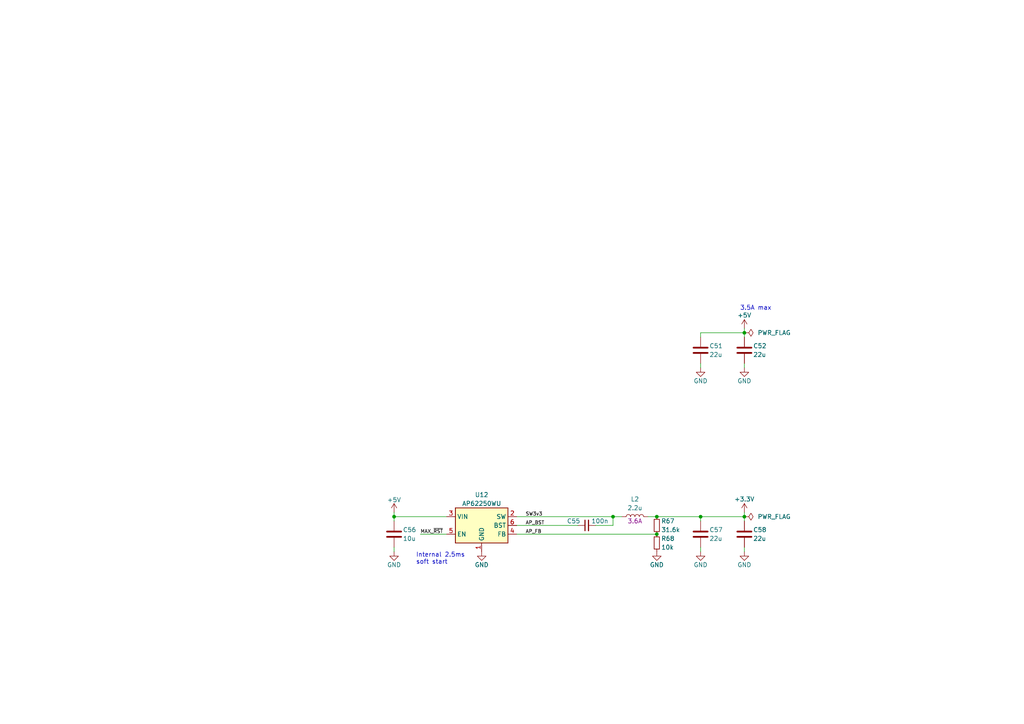
<source format=kicad_sch>
(kicad_sch (version 20211123) (generator eeschema)
  (paper "A4")
  (title_block (title "[canbrd] CAN IO board") (date "2022-10-08") (rev "3.2"))
  (lib_symbols
    (symbol "AP6230xWU:AP6230xWU"
      (property "Reference" "U" (at 0 8.89 0))
      (property "Value" "AP6230xWU" (at 0 6.35 0))
      (symbol "AP6230xWU_0_1"
        (rectangle (start -7.62 5.08) (end 7.62 -5.08) (stroke (width 0.254)) (fill (type background)))
      )
      (symbol "AP6230xWU_1_1"
        (pin power_in line (at 0 -7.62 90) (length 2.54) (name "GND") (number "1"))
        (pin power_out line (at 10.16 2.54 180) (length 2.54) (name "SW") (number "2"))
        (pin power_in line (at -10.16 2.54 0) (length 2.54) (name "VIN") (number "3"))
        (pin input line (at 10.16 -2.54 180) (length 2.54) (name "FB") (number "4"))
        (pin input line (at -10.16 -2.54 0) (length 2.54) (name "EN") (number "5"))
        (pin passive line (at 10.16 0 180) (length 2.54) (name "BST") (number "6"))
      )
    )
    (symbol "Device:C" (pin_numbers hide) (pin_names (offset 0.254))
      (property "Reference" "C" (at 0.635 2.54 0))
      (property "Value" "C" (at 0.635 -2.54 0))
      (symbol "C_0_1"
        (polyline (pts (xy -2.032 -0.762) (xy 2.032 -0.762)) (stroke (width 0.508)))
        (polyline (pts (xy -2.032 0.762) (xy 2.032 0.762)) (stroke (width 0.508)))
      )
      (symbol "C_1_1"
        (pin passive line (at 0 3.81 270) (length 2.794) (name "~") (number "1"))
        (pin passive line (at 0 -3.81 90) (length 2.794) (name "~") (number "2"))
      )
    )
    (symbol "Device:C_Small" (pin_numbers hide) (pin_names (offset 0.254) hide)
      (property "Reference" "C" (at 0.254 1.778 0))
      (property "Value" "C_Small" (at 0.254 -2.032 0))
      (symbol "C_Small_0_1"
        (polyline (pts (xy -1.524 -0.508) (xy 1.524 -0.508)) (stroke (width 0.3302)))
        (polyline (pts (xy -1.524 0.508) (xy 1.524 0.508)) (stroke (width 0.3048)))
      )
      (symbol "C_Small_1_1"
        (pin passive line (at 0 2.54 270) (length 2.032) (name "~") (number "1"))
        (pin passive line (at 0 -2.54 90) (length 2.032) (name "~") (number "2"))
      )
    )
    (symbol "Device:L" (pin_numbers hide) (pin_names (offset 1.016) hide)
      (property "Reference" "L" (at -1.27 0 90))
      (property "Value" "L" (at 1.905 0 90))
      (symbol "L_0_1"
        (arc (start 0 -2.54) (mid 0.635 -1.905) (end 0 -1.27))
        (arc (start 0 -1.27) (mid 0.635 -0.635) (end 0 0))
        (arc (start 0 0) (mid 0.635 0.635) (end 0 1.27))
        (arc (start 0 1.27) (mid 0.635 1.905) (end 0 2.54))
      )
      (symbol "L_1_1"
        (pin passive line (at 0 3.81 270) (length 1.27) (name "1") (number "1"))
        (pin passive line (at 0 -3.81 90) (length 1.27) (name "2") (number "2"))
      )
    )
    (symbol "Device:R_Small" (pin_numbers hide) (pin_names (offset 0.254) hide)
      (property "Reference" "R" (at 0.762 0.508 0))
      (property "Value" "R_Small" (at 0.762 -1.016 0))
      (symbol "R_Small_0_1"
        (rectangle (start -0.762 1.778) (end 0.762 -1.778) (stroke (width 0.2032)))
      )
      (symbol "R_Small_1_1"
        (pin passive line (at 0 2.54 270) (length 0.762) (name "~") (number "1"))
        (pin passive line (at 0 -2.54 90) (length 0.762) (name "~") (number "2"))
      )
    )
    (symbol "power:+3.3V" (power) (pin_names (offset 0))
      (property "Value" "+3.3V" (at 0 3.556 0))
      (symbol "+3.3V_0_1"
        (polyline (pts (xy -0.762 1.27) (xy 0 2.54)))
        (polyline (pts (xy 0 0) (xy 0 2.54)))
        (polyline (pts (xy 0 2.54) (xy 0.762 1.27)))
      )
      (symbol "+3.3V_1_1"
        (pin power_in line (at 0 0 90) (length 0) hide (name "+3.3V") (number "1"))
      )
    )
    (symbol "power:+5V" (power) (pin_names (offset 0))
      (property "Value" "+5V" (at 0 3.556 0))
      (symbol "+5V_0_1"
        (polyline (pts (xy -0.762 1.27) (xy 0 2.54)))
        (polyline (pts (xy 0 0) (xy 0 2.54)))
        (polyline (pts (xy 0 2.54) (xy 0.762 1.27)))
      )
      (symbol "+5V_1_1"
        (pin power_in line (at 0 0 90) (length 0) hide (name "+5V") (number "1"))
      )
    )
    (symbol "power:GND" (power) (pin_names (offset 0))
      (property "Value" "GND" (at 0 -3.81 0))
      (symbol "GND_0_1"
        (polyline (pts (xy 0 0) (xy 0 -1.27) (xy 1.27 -1.27) (xy 0 -2.54) (xy -1.27 -1.27) (xy 0 -1.27)))
      )
      (symbol "GND_1_1"
        (pin power_in line (at 0 0 270) (length 0) hide (name "GND") (number "1"))
      )
    )
    (symbol "power:PWR_FLAG" (power) (pin_numbers hide) (pin_names (offset 0) hide)
      (property "Value" "PWR_FLAG" (at 0 3.81 0))
      (symbol "PWR_FLAG_0_0"
        (pin power_out line (at 0 0 90) (length 0) (name "pwr") (number "1"))
      )
      (symbol "PWR_FLAG_0_1"
        (polyline (pts (xy 0 0) (xy 0 1.27) (xy -1.016 1.905) (xy 0 2.54) (xy 1.016 1.905) (xy 0 1.27)))
      )
    )
  )
  (junction (at 190.5 149.86))
  (junction (at 203.2 149.86))
  (junction (at 215.9 149.86))
  (junction (at 190.5 154.94))
  (junction (at 177.8 149.86))
  (junction (at 114.3 149.86))
  (junction (at 215.9 96.52))
  (wire (pts (xy 215.9 96.52) (xy 203.2 96.52)))
  (wire (pts (xy 215.9 158.75) (xy 215.9 160.02)))
  (wire (pts (xy 190.5 149.86) (xy 203.2 149.86)))
  (wire (pts (xy 215.9 105.41) (xy 215.9 106.68)))
  (wire (pts (xy 203.2 96.52) (xy 203.2 97.79)))
  (wire (pts (xy 203.2 105.41) (xy 203.2 106.68)))
  (wire (pts (xy 177.8 149.86) (xy 177.8 152.4)))
  (wire (pts (xy 149.86 154.94) (xy 190.5 154.94)))
  (wire (pts (xy 203.2 149.86) (xy 203.2 151.13)))
  (wire (pts (xy 121.92 154.94) (xy 129.54 154.94)))
  (wire (pts (xy 180.34 149.86) (xy 177.8 149.86)))
  (wire (pts (xy 215.9 97.79) (xy 215.9 96.52)))
  (wire (pts (xy 177.8 152.4) (xy 172.72 152.4)))
  (wire (pts (xy 215.9 151.13) (xy 215.9 149.86)))
  (wire (pts (xy 187.96 149.86) (xy 190.5 149.86)))
  (wire (pts (xy 114.3 151.13) (xy 114.3 149.86)))
  (wire (pts (xy 149.86 152.4) (xy 167.64 152.4)))
  (wire (pts (xy 203.2 158.75) (xy 203.2 160.02)))
  (wire (pts (xy 149.86 149.86) (xy 177.8 149.86)))
  (wire (pts (xy 215.9 148.59) (xy 215.9 149.86)))
  (wire (pts (xy 215.9 95.25) (xy 215.9 96.52)))
  (wire (pts (xy 114.3 149.86) (xy 129.54 149.86)))
  (wire (pts (xy 215.9 149.86) (xy 203.2 149.86)))
  (wire (pts (xy 114.3 148.59) (xy 114.3 149.86)))
  (wire (pts (xy 114.3 158.75) (xy 114.3 160.02)))
  (text "3.5A max" (at 214.63 90.17 0) (effects (font (size 1.27 1.27)) (justify left bottom)))
  (text "Internal 2.5ms\nsoft start" (at 120.65 163.83 0) (effects (font (size 1.27 1.27)) (justify left bottom)))
  (label "AP_FB" (at 152.4 154.94 0) (effects (font (size 1 1))))
  (label "SW3v3" (at 152.4 149.86 0) (effects (font (size 1 1))))
  (label "MAX_~{RST}" (at 121.92 154.94 0) (effects (font (size 1 1))))
  (label "AP_BST" (at 152.4 152.4 0) (effects (font (size 1 1))))
  (symbol (lib_id "Device:L") (at 184.15 149.86 90) (unit 1)
    (property "Reference" "L2" (at 184.15 144.78 90))
    (property "Value" "2.2u" (at 184.15 147.32 90))
    (property "Footprint" "Inductor_SMD:L_Taiyo-Yuden_NR-50xx" (effects hide))
    (property "Current" "3.6A" (at 184.15 151.13 90))
  )
  (symbol (lib_id "power:GND") (at 215.9 160.02 0) (unit 1)
    (property "Reference" "#PWR0199" (effects hide))
    (property "Value" "GND" (at 215.9 163.83 0))
  )
  (symbol (lib_id "power:+5V") (at 215.9 95.25 0) (unit 1)
    (property "Reference" "#PWR0183" (effects hide))
    (property "Value" "+5V" (at 215.9 91.44 0))
  )
  (symbol (lib_id "power:GND") (at 203.2 106.68 0) (unit 1)
    (property "Reference" "#PWR0186" (effects hide))
    (property "Value" "GND" (at 203.2 110.49 0))
  )
  (symbol (lib_id "power:+5V") (at 114.3 148.59 0) (unit 1)
    (property "Reference" "#PWR0193" (effects hide))
    (property "Value" "+5V" (at 114.3 144.9855 0))
  )
  (symbol (lib_id "power:GND") (at 190.5 160.02 0) (unit 1)
    (property "Reference" "#PWR0197" (effects hide))
    (property "Value" "GND" (at 190.5 163.83 0))
  )
  (symbol (lib_id "Device:R_Small") (at 190.5 157.48 0) (unit 1)
    (property "Reference" "R68" (at 191.77 156.21 0) (effects (justify left)))
    (property "Value" "10k" (at 191.77 158.75 0) (effects (justify left)))
    (property "Footprint" "Resistor_SMD:R_0603_1608Metric" (effects hide))
  )
  (symbol (lib_id "Device:R_Small") (at 190.5 152.4 0) (unit 1)
    (property "Reference" "R67" (at 191.77 151.13 0) (effects (justify left)))
    (property "Value" "31.6k" (at 191.77 153.67 0) (effects (justify left)))
    (property "Footprint" "Resistor_SMD:R_0603_1608Metric" (effects hide))
  )
  (symbol (lib_id "AP6230xWU:AP6230xWU") (at 139.7 152.4 0) (unit 1)
    (property "Reference" "U12" (at 139.7 143.51 0))
    (property "Value" "AP62250WU" (at 139.7 146.05 0))
    (property "Footprint" "TSOT26:TSOT26" (effects hide))
    (property "Datasheet" "https://www.diodes.com/assets/Datasheets/AP62300_AP62301_AP62300T.pdf" (effects hide))
  )
  (symbol (lib_id "Device:C") (at 215.9 101.6 0) (unit 1)
    (property "Reference" "C52" (at 218.44 100.33 0) (effects (justify left)))
    (property "Value" "22u" (at 218.44 102.87 0) (effects (justify left)))
    (property "Footprint" "Capacitor_SMD:C_0805_2012Metric" (effects hide))
  )
  (symbol (lib_id "power:GND") (at 139.7 160.02 0) (unit 1)
    (property "Reference" "#PWR0196" (effects hide))
    (property "Value" "GND" (at 139.7 163.83 0))
  )
  (symbol (lib_id "power:GND") (at 203.2 160.02 0) (unit 1)
    (property "Reference" "#PWR0198" (effects hide))
    (property "Value" "GND" (at 203.2 163.83 0))
  )
  (symbol (lib_id "Device:C") (at 114.3 154.94 0) (unit 1)
    (property "Reference" "C56" (at 116.84 153.67 0) (effects (justify left)))
    (property "Value" "10u" (at 116.84 156.21 0) (effects (justify left)))
    (property "Footprint" "Capacitor_SMD:C_0805_2012Metric" (effects hide))
  )
  (symbol (lib_id "power:PWR_FLAG") (at 215.9 149.86 270) (unit 1)
    (property "Reference" "#FLG06" (effects hide))
    (property "Value" "PWR_FLAG" (at 219.71 149.8599 90) (effects (justify left)))
  )
  (symbol (lib_id "Device:C") (at 215.9 154.94 0) (unit 1)
    (property "Reference" "C58" (at 218.44 153.67 0) (effects (justify left)))
    (property "Value" "22u" (at 218.44 156.21 0) (effects (justify left)))
    (property "Footprint" "Capacitor_SMD:C_0805_2012Metric" (effects hide))
  )
  (symbol (lib_id "Device:C_Small") (at 170.18 152.4 90) (unit 1)
    (property "Reference" "C55" (at 166.37 151.13 90))
    (property "Value" "100n" (at 173.99 151.13 90))
    (property "Footprint" "Capacitor_SMD:C_0603_1608Metric" (effects hide))
  )
  (symbol (lib_id "power:GND") (at 114.3 160.02 0) (unit 1)
    (property "Reference" "#PWR0195" (effects hide))
    (property "Value" "GND" (at 114.3 163.83 0))
  )
  (symbol (lib_id "power:+3.3V") (at 215.9 148.59 0) (unit 1)
    (property "Reference" "#PWR0194" (effects hide))
    (property "Value" "+3.3V" (at 215.9 144.78 0))
  )
  (symbol (lib_id "Device:C") (at 203.2 154.94 0) (unit 1)
    (property "Reference" "C57" (at 205.74 153.67 0) (effects (justify left)))
    (property "Value" "22u" (at 205.74 156.21 0) (effects (justify left)))
    (property "Footprint" "Capacitor_SMD:C_0805_2012Metric" (effects hide))
  )
  (symbol (lib_id "power:GND") (at 215.9 106.68 0) (unit 1)
    (property "Reference" "#PWR0187" (effects hide))
    (property "Value" "GND" (at 215.9 110.49 0))
  )
  (symbol (lib_id "power:PWR_FLAG") (at 215.9 96.52 270) (unit 1)
    (property "Reference" "#FLG05" (effects hide))
    (property "Value" "PWR_FLAG" (at 219.71 96.5199 90) (effects (justify left)))
  )
  (symbol (lib_id "Device:C") (at 203.2 101.6 0) (unit 1)
    (property "Reference" "C51" (at 205.74 100.33 0) (effects (justify left)))
    (property "Value" "22u" (at 205.74 102.87 0) (effects (justify left)))
    (property "Footprint" "Capacitor_SMD:C_0805_2012Metric" (effects hide))
  )
)
</source>
